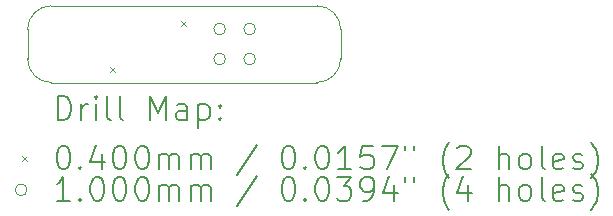
<source format=gbr>
%TF.GenerationSoftware,KiCad,Pcbnew,7.0.6*%
%TF.CreationDate,2023-11-30T14:11:27-08:00*%
%TF.ProjectId,ReflectiveSensor,5265666c-6563-4746-9976-6553656e736f,rev?*%
%TF.SameCoordinates,Original*%
%TF.FileFunction,Drillmap*%
%TF.FilePolarity,Positive*%
%FSLAX45Y45*%
G04 Gerber Fmt 4.5, Leading zero omitted, Abs format (unit mm)*
G04 Created by KiCad (PCBNEW 7.0.6) date 2023-11-30 14:11:27*
%MOMM*%
%LPD*%
G01*
G04 APERTURE LIST*
%ADD10C,0.100000*%
%ADD11C,0.200000*%
%ADD12C,0.040000*%
G04 APERTURE END LIST*
D10*
X33847500Y-20035000D02*
G75*
G03*
X34047500Y-20235000I200000J0D01*
G01*
X36297500Y-20235000D02*
G75*
G03*
X36497500Y-20035000I0J200000D01*
G01*
X36297500Y-20235000D02*
X34047500Y-20235000D01*
X34047500Y-19585000D02*
G75*
G03*
X33847500Y-19785000I0J-200000D01*
G01*
X33847500Y-20035000D02*
X33847500Y-19785000D01*
X36497500Y-19785000D02*
G75*
G03*
X36297500Y-19585000I-200000J0D01*
G01*
X36497500Y-19785000D02*
X36497500Y-20035000D01*
X34047500Y-19585000D02*
X36297500Y-19585000D01*
D11*
D12*
X34547500Y-20105000D02*
X34587500Y-20145000D01*
X34587500Y-20105000D02*
X34547500Y-20145000D01*
X35147500Y-19715950D02*
X35187500Y-19755950D01*
X35187500Y-19715950D02*
X35147500Y-19755950D01*
D10*
X35523500Y-19781000D02*
G75*
G03*
X35523500Y-19781000I-50000J0D01*
G01*
X35523500Y-20035000D02*
G75*
G03*
X35523500Y-20035000I-50000J0D01*
G01*
X35777500Y-19781000D02*
G75*
G03*
X35777500Y-19781000I-50000J0D01*
G01*
X35777500Y-20035000D02*
G75*
G03*
X35777500Y-20035000I-50000J0D01*
G01*
D11*
X34103277Y-20551484D02*
X34103277Y-20351484D01*
X34103277Y-20351484D02*
X34150896Y-20351484D01*
X34150896Y-20351484D02*
X34179467Y-20361008D01*
X34179467Y-20361008D02*
X34198515Y-20380055D01*
X34198515Y-20380055D02*
X34208039Y-20399103D01*
X34208039Y-20399103D02*
X34217563Y-20437198D01*
X34217563Y-20437198D02*
X34217563Y-20465770D01*
X34217563Y-20465770D02*
X34208039Y-20503865D01*
X34208039Y-20503865D02*
X34198515Y-20522912D01*
X34198515Y-20522912D02*
X34179467Y-20541960D01*
X34179467Y-20541960D02*
X34150896Y-20551484D01*
X34150896Y-20551484D02*
X34103277Y-20551484D01*
X34303277Y-20551484D02*
X34303277Y-20418150D01*
X34303277Y-20456246D02*
X34312801Y-20437198D01*
X34312801Y-20437198D02*
X34322324Y-20427674D01*
X34322324Y-20427674D02*
X34341372Y-20418150D01*
X34341372Y-20418150D02*
X34360420Y-20418150D01*
X34427086Y-20551484D02*
X34427086Y-20418150D01*
X34427086Y-20351484D02*
X34417563Y-20361008D01*
X34417563Y-20361008D02*
X34427086Y-20370531D01*
X34427086Y-20370531D02*
X34436610Y-20361008D01*
X34436610Y-20361008D02*
X34427086Y-20351484D01*
X34427086Y-20351484D02*
X34427086Y-20370531D01*
X34550896Y-20551484D02*
X34531848Y-20541960D01*
X34531848Y-20541960D02*
X34522324Y-20522912D01*
X34522324Y-20522912D02*
X34522324Y-20351484D01*
X34655658Y-20551484D02*
X34636610Y-20541960D01*
X34636610Y-20541960D02*
X34627086Y-20522912D01*
X34627086Y-20522912D02*
X34627086Y-20351484D01*
X34884229Y-20551484D02*
X34884229Y-20351484D01*
X34884229Y-20351484D02*
X34950896Y-20494341D01*
X34950896Y-20494341D02*
X35017563Y-20351484D01*
X35017563Y-20351484D02*
X35017563Y-20551484D01*
X35198515Y-20551484D02*
X35198515Y-20446722D01*
X35198515Y-20446722D02*
X35188991Y-20427674D01*
X35188991Y-20427674D02*
X35169944Y-20418150D01*
X35169944Y-20418150D02*
X35131848Y-20418150D01*
X35131848Y-20418150D02*
X35112801Y-20427674D01*
X35198515Y-20541960D02*
X35179467Y-20551484D01*
X35179467Y-20551484D02*
X35131848Y-20551484D01*
X35131848Y-20551484D02*
X35112801Y-20541960D01*
X35112801Y-20541960D02*
X35103277Y-20522912D01*
X35103277Y-20522912D02*
X35103277Y-20503865D01*
X35103277Y-20503865D02*
X35112801Y-20484817D01*
X35112801Y-20484817D02*
X35131848Y-20475293D01*
X35131848Y-20475293D02*
X35179467Y-20475293D01*
X35179467Y-20475293D02*
X35198515Y-20465770D01*
X35293753Y-20418150D02*
X35293753Y-20618150D01*
X35293753Y-20427674D02*
X35312801Y-20418150D01*
X35312801Y-20418150D02*
X35350896Y-20418150D01*
X35350896Y-20418150D02*
X35369944Y-20427674D01*
X35369944Y-20427674D02*
X35379467Y-20437198D01*
X35379467Y-20437198D02*
X35388991Y-20456246D01*
X35388991Y-20456246D02*
X35388991Y-20513389D01*
X35388991Y-20513389D02*
X35379467Y-20532436D01*
X35379467Y-20532436D02*
X35369944Y-20541960D01*
X35369944Y-20541960D02*
X35350896Y-20551484D01*
X35350896Y-20551484D02*
X35312801Y-20551484D01*
X35312801Y-20551484D02*
X35293753Y-20541960D01*
X35474705Y-20532436D02*
X35484229Y-20541960D01*
X35484229Y-20541960D02*
X35474705Y-20551484D01*
X35474705Y-20551484D02*
X35465182Y-20541960D01*
X35465182Y-20541960D02*
X35474705Y-20532436D01*
X35474705Y-20532436D02*
X35474705Y-20551484D01*
X35474705Y-20427674D02*
X35484229Y-20437198D01*
X35484229Y-20437198D02*
X35474705Y-20446722D01*
X35474705Y-20446722D02*
X35465182Y-20437198D01*
X35465182Y-20437198D02*
X35474705Y-20427674D01*
X35474705Y-20427674D02*
X35474705Y-20446722D01*
D12*
X33802500Y-20860000D02*
X33842500Y-20900000D01*
X33842500Y-20860000D02*
X33802500Y-20900000D01*
D11*
X34141372Y-20771484D02*
X34160420Y-20771484D01*
X34160420Y-20771484D02*
X34179467Y-20781008D01*
X34179467Y-20781008D02*
X34188991Y-20790531D01*
X34188991Y-20790531D02*
X34198515Y-20809579D01*
X34198515Y-20809579D02*
X34208039Y-20847674D01*
X34208039Y-20847674D02*
X34208039Y-20895293D01*
X34208039Y-20895293D02*
X34198515Y-20933389D01*
X34198515Y-20933389D02*
X34188991Y-20952436D01*
X34188991Y-20952436D02*
X34179467Y-20961960D01*
X34179467Y-20961960D02*
X34160420Y-20971484D01*
X34160420Y-20971484D02*
X34141372Y-20971484D01*
X34141372Y-20971484D02*
X34122324Y-20961960D01*
X34122324Y-20961960D02*
X34112801Y-20952436D01*
X34112801Y-20952436D02*
X34103277Y-20933389D01*
X34103277Y-20933389D02*
X34093753Y-20895293D01*
X34093753Y-20895293D02*
X34093753Y-20847674D01*
X34093753Y-20847674D02*
X34103277Y-20809579D01*
X34103277Y-20809579D02*
X34112801Y-20790531D01*
X34112801Y-20790531D02*
X34122324Y-20781008D01*
X34122324Y-20781008D02*
X34141372Y-20771484D01*
X34293753Y-20952436D02*
X34303277Y-20961960D01*
X34303277Y-20961960D02*
X34293753Y-20971484D01*
X34293753Y-20971484D02*
X34284229Y-20961960D01*
X34284229Y-20961960D02*
X34293753Y-20952436D01*
X34293753Y-20952436D02*
X34293753Y-20971484D01*
X34474705Y-20838150D02*
X34474705Y-20971484D01*
X34427086Y-20761960D02*
X34379467Y-20904817D01*
X34379467Y-20904817D02*
X34503277Y-20904817D01*
X34617563Y-20771484D02*
X34636610Y-20771484D01*
X34636610Y-20771484D02*
X34655658Y-20781008D01*
X34655658Y-20781008D02*
X34665182Y-20790531D01*
X34665182Y-20790531D02*
X34674705Y-20809579D01*
X34674705Y-20809579D02*
X34684229Y-20847674D01*
X34684229Y-20847674D02*
X34684229Y-20895293D01*
X34684229Y-20895293D02*
X34674705Y-20933389D01*
X34674705Y-20933389D02*
X34665182Y-20952436D01*
X34665182Y-20952436D02*
X34655658Y-20961960D01*
X34655658Y-20961960D02*
X34636610Y-20971484D01*
X34636610Y-20971484D02*
X34617563Y-20971484D01*
X34617563Y-20971484D02*
X34598515Y-20961960D01*
X34598515Y-20961960D02*
X34588991Y-20952436D01*
X34588991Y-20952436D02*
X34579467Y-20933389D01*
X34579467Y-20933389D02*
X34569944Y-20895293D01*
X34569944Y-20895293D02*
X34569944Y-20847674D01*
X34569944Y-20847674D02*
X34579467Y-20809579D01*
X34579467Y-20809579D02*
X34588991Y-20790531D01*
X34588991Y-20790531D02*
X34598515Y-20781008D01*
X34598515Y-20781008D02*
X34617563Y-20771484D01*
X34808039Y-20771484D02*
X34827086Y-20771484D01*
X34827086Y-20771484D02*
X34846134Y-20781008D01*
X34846134Y-20781008D02*
X34855658Y-20790531D01*
X34855658Y-20790531D02*
X34865182Y-20809579D01*
X34865182Y-20809579D02*
X34874705Y-20847674D01*
X34874705Y-20847674D02*
X34874705Y-20895293D01*
X34874705Y-20895293D02*
X34865182Y-20933389D01*
X34865182Y-20933389D02*
X34855658Y-20952436D01*
X34855658Y-20952436D02*
X34846134Y-20961960D01*
X34846134Y-20961960D02*
X34827086Y-20971484D01*
X34827086Y-20971484D02*
X34808039Y-20971484D01*
X34808039Y-20971484D02*
X34788991Y-20961960D01*
X34788991Y-20961960D02*
X34779467Y-20952436D01*
X34779467Y-20952436D02*
X34769944Y-20933389D01*
X34769944Y-20933389D02*
X34760420Y-20895293D01*
X34760420Y-20895293D02*
X34760420Y-20847674D01*
X34760420Y-20847674D02*
X34769944Y-20809579D01*
X34769944Y-20809579D02*
X34779467Y-20790531D01*
X34779467Y-20790531D02*
X34788991Y-20781008D01*
X34788991Y-20781008D02*
X34808039Y-20771484D01*
X34960420Y-20971484D02*
X34960420Y-20838150D01*
X34960420Y-20857198D02*
X34969944Y-20847674D01*
X34969944Y-20847674D02*
X34988991Y-20838150D01*
X34988991Y-20838150D02*
X35017563Y-20838150D01*
X35017563Y-20838150D02*
X35036610Y-20847674D01*
X35036610Y-20847674D02*
X35046134Y-20866722D01*
X35046134Y-20866722D02*
X35046134Y-20971484D01*
X35046134Y-20866722D02*
X35055658Y-20847674D01*
X35055658Y-20847674D02*
X35074705Y-20838150D01*
X35074705Y-20838150D02*
X35103277Y-20838150D01*
X35103277Y-20838150D02*
X35122325Y-20847674D01*
X35122325Y-20847674D02*
X35131848Y-20866722D01*
X35131848Y-20866722D02*
X35131848Y-20971484D01*
X35227086Y-20971484D02*
X35227086Y-20838150D01*
X35227086Y-20857198D02*
X35236610Y-20847674D01*
X35236610Y-20847674D02*
X35255658Y-20838150D01*
X35255658Y-20838150D02*
X35284229Y-20838150D01*
X35284229Y-20838150D02*
X35303277Y-20847674D01*
X35303277Y-20847674D02*
X35312801Y-20866722D01*
X35312801Y-20866722D02*
X35312801Y-20971484D01*
X35312801Y-20866722D02*
X35322325Y-20847674D01*
X35322325Y-20847674D02*
X35341372Y-20838150D01*
X35341372Y-20838150D02*
X35369944Y-20838150D01*
X35369944Y-20838150D02*
X35388991Y-20847674D01*
X35388991Y-20847674D02*
X35398515Y-20866722D01*
X35398515Y-20866722D02*
X35398515Y-20971484D01*
X35788991Y-20761960D02*
X35617563Y-21019103D01*
X36046134Y-20771484D02*
X36065182Y-20771484D01*
X36065182Y-20771484D02*
X36084229Y-20781008D01*
X36084229Y-20781008D02*
X36093753Y-20790531D01*
X36093753Y-20790531D02*
X36103277Y-20809579D01*
X36103277Y-20809579D02*
X36112801Y-20847674D01*
X36112801Y-20847674D02*
X36112801Y-20895293D01*
X36112801Y-20895293D02*
X36103277Y-20933389D01*
X36103277Y-20933389D02*
X36093753Y-20952436D01*
X36093753Y-20952436D02*
X36084229Y-20961960D01*
X36084229Y-20961960D02*
X36065182Y-20971484D01*
X36065182Y-20971484D02*
X36046134Y-20971484D01*
X36046134Y-20971484D02*
X36027087Y-20961960D01*
X36027087Y-20961960D02*
X36017563Y-20952436D01*
X36017563Y-20952436D02*
X36008039Y-20933389D01*
X36008039Y-20933389D02*
X35998515Y-20895293D01*
X35998515Y-20895293D02*
X35998515Y-20847674D01*
X35998515Y-20847674D02*
X36008039Y-20809579D01*
X36008039Y-20809579D02*
X36017563Y-20790531D01*
X36017563Y-20790531D02*
X36027087Y-20781008D01*
X36027087Y-20781008D02*
X36046134Y-20771484D01*
X36198515Y-20952436D02*
X36208039Y-20961960D01*
X36208039Y-20961960D02*
X36198515Y-20971484D01*
X36198515Y-20971484D02*
X36188991Y-20961960D01*
X36188991Y-20961960D02*
X36198515Y-20952436D01*
X36198515Y-20952436D02*
X36198515Y-20971484D01*
X36331848Y-20771484D02*
X36350896Y-20771484D01*
X36350896Y-20771484D02*
X36369944Y-20781008D01*
X36369944Y-20781008D02*
X36379468Y-20790531D01*
X36379468Y-20790531D02*
X36388991Y-20809579D01*
X36388991Y-20809579D02*
X36398515Y-20847674D01*
X36398515Y-20847674D02*
X36398515Y-20895293D01*
X36398515Y-20895293D02*
X36388991Y-20933389D01*
X36388991Y-20933389D02*
X36379468Y-20952436D01*
X36379468Y-20952436D02*
X36369944Y-20961960D01*
X36369944Y-20961960D02*
X36350896Y-20971484D01*
X36350896Y-20971484D02*
X36331848Y-20971484D01*
X36331848Y-20971484D02*
X36312801Y-20961960D01*
X36312801Y-20961960D02*
X36303277Y-20952436D01*
X36303277Y-20952436D02*
X36293753Y-20933389D01*
X36293753Y-20933389D02*
X36284229Y-20895293D01*
X36284229Y-20895293D02*
X36284229Y-20847674D01*
X36284229Y-20847674D02*
X36293753Y-20809579D01*
X36293753Y-20809579D02*
X36303277Y-20790531D01*
X36303277Y-20790531D02*
X36312801Y-20781008D01*
X36312801Y-20781008D02*
X36331848Y-20771484D01*
X36588991Y-20971484D02*
X36474706Y-20971484D01*
X36531848Y-20971484D02*
X36531848Y-20771484D01*
X36531848Y-20771484D02*
X36512801Y-20800055D01*
X36512801Y-20800055D02*
X36493753Y-20819103D01*
X36493753Y-20819103D02*
X36474706Y-20828627D01*
X36769944Y-20771484D02*
X36674706Y-20771484D01*
X36674706Y-20771484D02*
X36665182Y-20866722D01*
X36665182Y-20866722D02*
X36674706Y-20857198D01*
X36674706Y-20857198D02*
X36693753Y-20847674D01*
X36693753Y-20847674D02*
X36741372Y-20847674D01*
X36741372Y-20847674D02*
X36760420Y-20857198D01*
X36760420Y-20857198D02*
X36769944Y-20866722D01*
X36769944Y-20866722D02*
X36779468Y-20885770D01*
X36779468Y-20885770D02*
X36779468Y-20933389D01*
X36779468Y-20933389D02*
X36769944Y-20952436D01*
X36769944Y-20952436D02*
X36760420Y-20961960D01*
X36760420Y-20961960D02*
X36741372Y-20971484D01*
X36741372Y-20971484D02*
X36693753Y-20971484D01*
X36693753Y-20971484D02*
X36674706Y-20961960D01*
X36674706Y-20961960D02*
X36665182Y-20952436D01*
X36846134Y-20771484D02*
X36979468Y-20771484D01*
X36979468Y-20771484D02*
X36893753Y-20971484D01*
X37046134Y-20771484D02*
X37046134Y-20809579D01*
X37122325Y-20771484D02*
X37122325Y-20809579D01*
X37417563Y-21047674D02*
X37408039Y-21038150D01*
X37408039Y-21038150D02*
X37388991Y-21009579D01*
X37388991Y-21009579D02*
X37379468Y-20990531D01*
X37379468Y-20990531D02*
X37369944Y-20961960D01*
X37369944Y-20961960D02*
X37360420Y-20914341D01*
X37360420Y-20914341D02*
X37360420Y-20876246D01*
X37360420Y-20876246D02*
X37369944Y-20828627D01*
X37369944Y-20828627D02*
X37379468Y-20800055D01*
X37379468Y-20800055D02*
X37388991Y-20781008D01*
X37388991Y-20781008D02*
X37408039Y-20752436D01*
X37408039Y-20752436D02*
X37417563Y-20742912D01*
X37484230Y-20790531D02*
X37493753Y-20781008D01*
X37493753Y-20781008D02*
X37512801Y-20771484D01*
X37512801Y-20771484D02*
X37560420Y-20771484D01*
X37560420Y-20771484D02*
X37579468Y-20781008D01*
X37579468Y-20781008D02*
X37588991Y-20790531D01*
X37588991Y-20790531D02*
X37598515Y-20809579D01*
X37598515Y-20809579D02*
X37598515Y-20828627D01*
X37598515Y-20828627D02*
X37588991Y-20857198D01*
X37588991Y-20857198D02*
X37474706Y-20971484D01*
X37474706Y-20971484D02*
X37598515Y-20971484D01*
X37836611Y-20971484D02*
X37836611Y-20771484D01*
X37922325Y-20971484D02*
X37922325Y-20866722D01*
X37922325Y-20866722D02*
X37912801Y-20847674D01*
X37912801Y-20847674D02*
X37893753Y-20838150D01*
X37893753Y-20838150D02*
X37865182Y-20838150D01*
X37865182Y-20838150D02*
X37846134Y-20847674D01*
X37846134Y-20847674D02*
X37836611Y-20857198D01*
X38046134Y-20971484D02*
X38027087Y-20961960D01*
X38027087Y-20961960D02*
X38017563Y-20952436D01*
X38017563Y-20952436D02*
X38008039Y-20933389D01*
X38008039Y-20933389D02*
X38008039Y-20876246D01*
X38008039Y-20876246D02*
X38017563Y-20857198D01*
X38017563Y-20857198D02*
X38027087Y-20847674D01*
X38027087Y-20847674D02*
X38046134Y-20838150D01*
X38046134Y-20838150D02*
X38074706Y-20838150D01*
X38074706Y-20838150D02*
X38093753Y-20847674D01*
X38093753Y-20847674D02*
X38103277Y-20857198D01*
X38103277Y-20857198D02*
X38112801Y-20876246D01*
X38112801Y-20876246D02*
X38112801Y-20933389D01*
X38112801Y-20933389D02*
X38103277Y-20952436D01*
X38103277Y-20952436D02*
X38093753Y-20961960D01*
X38093753Y-20961960D02*
X38074706Y-20971484D01*
X38074706Y-20971484D02*
X38046134Y-20971484D01*
X38227087Y-20971484D02*
X38208039Y-20961960D01*
X38208039Y-20961960D02*
X38198515Y-20942912D01*
X38198515Y-20942912D02*
X38198515Y-20771484D01*
X38379468Y-20961960D02*
X38360420Y-20971484D01*
X38360420Y-20971484D02*
X38322325Y-20971484D01*
X38322325Y-20971484D02*
X38303277Y-20961960D01*
X38303277Y-20961960D02*
X38293753Y-20942912D01*
X38293753Y-20942912D02*
X38293753Y-20866722D01*
X38293753Y-20866722D02*
X38303277Y-20847674D01*
X38303277Y-20847674D02*
X38322325Y-20838150D01*
X38322325Y-20838150D02*
X38360420Y-20838150D01*
X38360420Y-20838150D02*
X38379468Y-20847674D01*
X38379468Y-20847674D02*
X38388992Y-20866722D01*
X38388992Y-20866722D02*
X38388992Y-20885770D01*
X38388992Y-20885770D02*
X38293753Y-20904817D01*
X38465182Y-20961960D02*
X38484230Y-20971484D01*
X38484230Y-20971484D02*
X38522325Y-20971484D01*
X38522325Y-20971484D02*
X38541373Y-20961960D01*
X38541373Y-20961960D02*
X38550896Y-20942912D01*
X38550896Y-20942912D02*
X38550896Y-20933389D01*
X38550896Y-20933389D02*
X38541373Y-20914341D01*
X38541373Y-20914341D02*
X38522325Y-20904817D01*
X38522325Y-20904817D02*
X38493753Y-20904817D01*
X38493753Y-20904817D02*
X38474706Y-20895293D01*
X38474706Y-20895293D02*
X38465182Y-20876246D01*
X38465182Y-20876246D02*
X38465182Y-20866722D01*
X38465182Y-20866722D02*
X38474706Y-20847674D01*
X38474706Y-20847674D02*
X38493753Y-20838150D01*
X38493753Y-20838150D02*
X38522325Y-20838150D01*
X38522325Y-20838150D02*
X38541373Y-20847674D01*
X38617563Y-21047674D02*
X38627087Y-21038150D01*
X38627087Y-21038150D02*
X38646134Y-21009579D01*
X38646134Y-21009579D02*
X38655658Y-20990531D01*
X38655658Y-20990531D02*
X38665182Y-20961960D01*
X38665182Y-20961960D02*
X38674706Y-20914341D01*
X38674706Y-20914341D02*
X38674706Y-20876246D01*
X38674706Y-20876246D02*
X38665182Y-20828627D01*
X38665182Y-20828627D02*
X38655658Y-20800055D01*
X38655658Y-20800055D02*
X38646134Y-20781008D01*
X38646134Y-20781008D02*
X38627087Y-20752436D01*
X38627087Y-20752436D02*
X38617563Y-20742912D01*
D10*
X33842500Y-21144000D02*
G75*
G03*
X33842500Y-21144000I-50000J0D01*
G01*
D11*
X34208039Y-21235484D02*
X34093753Y-21235484D01*
X34150896Y-21235484D02*
X34150896Y-21035484D01*
X34150896Y-21035484D02*
X34131848Y-21064055D01*
X34131848Y-21064055D02*
X34112801Y-21083103D01*
X34112801Y-21083103D02*
X34093753Y-21092627D01*
X34293753Y-21216436D02*
X34303277Y-21225960D01*
X34303277Y-21225960D02*
X34293753Y-21235484D01*
X34293753Y-21235484D02*
X34284229Y-21225960D01*
X34284229Y-21225960D02*
X34293753Y-21216436D01*
X34293753Y-21216436D02*
X34293753Y-21235484D01*
X34427086Y-21035484D02*
X34446134Y-21035484D01*
X34446134Y-21035484D02*
X34465182Y-21045008D01*
X34465182Y-21045008D02*
X34474705Y-21054531D01*
X34474705Y-21054531D02*
X34484229Y-21073579D01*
X34484229Y-21073579D02*
X34493753Y-21111674D01*
X34493753Y-21111674D02*
X34493753Y-21159293D01*
X34493753Y-21159293D02*
X34484229Y-21197389D01*
X34484229Y-21197389D02*
X34474705Y-21216436D01*
X34474705Y-21216436D02*
X34465182Y-21225960D01*
X34465182Y-21225960D02*
X34446134Y-21235484D01*
X34446134Y-21235484D02*
X34427086Y-21235484D01*
X34427086Y-21235484D02*
X34408039Y-21225960D01*
X34408039Y-21225960D02*
X34398515Y-21216436D01*
X34398515Y-21216436D02*
X34388991Y-21197389D01*
X34388991Y-21197389D02*
X34379467Y-21159293D01*
X34379467Y-21159293D02*
X34379467Y-21111674D01*
X34379467Y-21111674D02*
X34388991Y-21073579D01*
X34388991Y-21073579D02*
X34398515Y-21054531D01*
X34398515Y-21054531D02*
X34408039Y-21045008D01*
X34408039Y-21045008D02*
X34427086Y-21035484D01*
X34617563Y-21035484D02*
X34636610Y-21035484D01*
X34636610Y-21035484D02*
X34655658Y-21045008D01*
X34655658Y-21045008D02*
X34665182Y-21054531D01*
X34665182Y-21054531D02*
X34674705Y-21073579D01*
X34674705Y-21073579D02*
X34684229Y-21111674D01*
X34684229Y-21111674D02*
X34684229Y-21159293D01*
X34684229Y-21159293D02*
X34674705Y-21197389D01*
X34674705Y-21197389D02*
X34665182Y-21216436D01*
X34665182Y-21216436D02*
X34655658Y-21225960D01*
X34655658Y-21225960D02*
X34636610Y-21235484D01*
X34636610Y-21235484D02*
X34617563Y-21235484D01*
X34617563Y-21235484D02*
X34598515Y-21225960D01*
X34598515Y-21225960D02*
X34588991Y-21216436D01*
X34588991Y-21216436D02*
X34579467Y-21197389D01*
X34579467Y-21197389D02*
X34569944Y-21159293D01*
X34569944Y-21159293D02*
X34569944Y-21111674D01*
X34569944Y-21111674D02*
X34579467Y-21073579D01*
X34579467Y-21073579D02*
X34588991Y-21054531D01*
X34588991Y-21054531D02*
X34598515Y-21045008D01*
X34598515Y-21045008D02*
X34617563Y-21035484D01*
X34808039Y-21035484D02*
X34827086Y-21035484D01*
X34827086Y-21035484D02*
X34846134Y-21045008D01*
X34846134Y-21045008D02*
X34855658Y-21054531D01*
X34855658Y-21054531D02*
X34865182Y-21073579D01*
X34865182Y-21073579D02*
X34874705Y-21111674D01*
X34874705Y-21111674D02*
X34874705Y-21159293D01*
X34874705Y-21159293D02*
X34865182Y-21197389D01*
X34865182Y-21197389D02*
X34855658Y-21216436D01*
X34855658Y-21216436D02*
X34846134Y-21225960D01*
X34846134Y-21225960D02*
X34827086Y-21235484D01*
X34827086Y-21235484D02*
X34808039Y-21235484D01*
X34808039Y-21235484D02*
X34788991Y-21225960D01*
X34788991Y-21225960D02*
X34779467Y-21216436D01*
X34779467Y-21216436D02*
X34769944Y-21197389D01*
X34769944Y-21197389D02*
X34760420Y-21159293D01*
X34760420Y-21159293D02*
X34760420Y-21111674D01*
X34760420Y-21111674D02*
X34769944Y-21073579D01*
X34769944Y-21073579D02*
X34779467Y-21054531D01*
X34779467Y-21054531D02*
X34788991Y-21045008D01*
X34788991Y-21045008D02*
X34808039Y-21035484D01*
X34960420Y-21235484D02*
X34960420Y-21102150D01*
X34960420Y-21121198D02*
X34969944Y-21111674D01*
X34969944Y-21111674D02*
X34988991Y-21102150D01*
X34988991Y-21102150D02*
X35017563Y-21102150D01*
X35017563Y-21102150D02*
X35036610Y-21111674D01*
X35036610Y-21111674D02*
X35046134Y-21130722D01*
X35046134Y-21130722D02*
X35046134Y-21235484D01*
X35046134Y-21130722D02*
X35055658Y-21111674D01*
X35055658Y-21111674D02*
X35074705Y-21102150D01*
X35074705Y-21102150D02*
X35103277Y-21102150D01*
X35103277Y-21102150D02*
X35122325Y-21111674D01*
X35122325Y-21111674D02*
X35131848Y-21130722D01*
X35131848Y-21130722D02*
X35131848Y-21235484D01*
X35227086Y-21235484D02*
X35227086Y-21102150D01*
X35227086Y-21121198D02*
X35236610Y-21111674D01*
X35236610Y-21111674D02*
X35255658Y-21102150D01*
X35255658Y-21102150D02*
X35284229Y-21102150D01*
X35284229Y-21102150D02*
X35303277Y-21111674D01*
X35303277Y-21111674D02*
X35312801Y-21130722D01*
X35312801Y-21130722D02*
X35312801Y-21235484D01*
X35312801Y-21130722D02*
X35322325Y-21111674D01*
X35322325Y-21111674D02*
X35341372Y-21102150D01*
X35341372Y-21102150D02*
X35369944Y-21102150D01*
X35369944Y-21102150D02*
X35388991Y-21111674D01*
X35388991Y-21111674D02*
X35398515Y-21130722D01*
X35398515Y-21130722D02*
X35398515Y-21235484D01*
X35788991Y-21025960D02*
X35617563Y-21283103D01*
X36046134Y-21035484D02*
X36065182Y-21035484D01*
X36065182Y-21035484D02*
X36084229Y-21045008D01*
X36084229Y-21045008D02*
X36093753Y-21054531D01*
X36093753Y-21054531D02*
X36103277Y-21073579D01*
X36103277Y-21073579D02*
X36112801Y-21111674D01*
X36112801Y-21111674D02*
X36112801Y-21159293D01*
X36112801Y-21159293D02*
X36103277Y-21197389D01*
X36103277Y-21197389D02*
X36093753Y-21216436D01*
X36093753Y-21216436D02*
X36084229Y-21225960D01*
X36084229Y-21225960D02*
X36065182Y-21235484D01*
X36065182Y-21235484D02*
X36046134Y-21235484D01*
X36046134Y-21235484D02*
X36027087Y-21225960D01*
X36027087Y-21225960D02*
X36017563Y-21216436D01*
X36017563Y-21216436D02*
X36008039Y-21197389D01*
X36008039Y-21197389D02*
X35998515Y-21159293D01*
X35998515Y-21159293D02*
X35998515Y-21111674D01*
X35998515Y-21111674D02*
X36008039Y-21073579D01*
X36008039Y-21073579D02*
X36017563Y-21054531D01*
X36017563Y-21054531D02*
X36027087Y-21045008D01*
X36027087Y-21045008D02*
X36046134Y-21035484D01*
X36198515Y-21216436D02*
X36208039Y-21225960D01*
X36208039Y-21225960D02*
X36198515Y-21235484D01*
X36198515Y-21235484D02*
X36188991Y-21225960D01*
X36188991Y-21225960D02*
X36198515Y-21216436D01*
X36198515Y-21216436D02*
X36198515Y-21235484D01*
X36331848Y-21035484D02*
X36350896Y-21035484D01*
X36350896Y-21035484D02*
X36369944Y-21045008D01*
X36369944Y-21045008D02*
X36379468Y-21054531D01*
X36379468Y-21054531D02*
X36388991Y-21073579D01*
X36388991Y-21073579D02*
X36398515Y-21111674D01*
X36398515Y-21111674D02*
X36398515Y-21159293D01*
X36398515Y-21159293D02*
X36388991Y-21197389D01*
X36388991Y-21197389D02*
X36379468Y-21216436D01*
X36379468Y-21216436D02*
X36369944Y-21225960D01*
X36369944Y-21225960D02*
X36350896Y-21235484D01*
X36350896Y-21235484D02*
X36331848Y-21235484D01*
X36331848Y-21235484D02*
X36312801Y-21225960D01*
X36312801Y-21225960D02*
X36303277Y-21216436D01*
X36303277Y-21216436D02*
X36293753Y-21197389D01*
X36293753Y-21197389D02*
X36284229Y-21159293D01*
X36284229Y-21159293D02*
X36284229Y-21111674D01*
X36284229Y-21111674D02*
X36293753Y-21073579D01*
X36293753Y-21073579D02*
X36303277Y-21054531D01*
X36303277Y-21054531D02*
X36312801Y-21045008D01*
X36312801Y-21045008D02*
X36331848Y-21035484D01*
X36465182Y-21035484D02*
X36588991Y-21035484D01*
X36588991Y-21035484D02*
X36522325Y-21111674D01*
X36522325Y-21111674D02*
X36550896Y-21111674D01*
X36550896Y-21111674D02*
X36569944Y-21121198D01*
X36569944Y-21121198D02*
X36579468Y-21130722D01*
X36579468Y-21130722D02*
X36588991Y-21149770D01*
X36588991Y-21149770D02*
X36588991Y-21197389D01*
X36588991Y-21197389D02*
X36579468Y-21216436D01*
X36579468Y-21216436D02*
X36569944Y-21225960D01*
X36569944Y-21225960D02*
X36550896Y-21235484D01*
X36550896Y-21235484D02*
X36493753Y-21235484D01*
X36493753Y-21235484D02*
X36474706Y-21225960D01*
X36474706Y-21225960D02*
X36465182Y-21216436D01*
X36684229Y-21235484D02*
X36722325Y-21235484D01*
X36722325Y-21235484D02*
X36741372Y-21225960D01*
X36741372Y-21225960D02*
X36750896Y-21216436D01*
X36750896Y-21216436D02*
X36769944Y-21187865D01*
X36769944Y-21187865D02*
X36779468Y-21149770D01*
X36779468Y-21149770D02*
X36779468Y-21073579D01*
X36779468Y-21073579D02*
X36769944Y-21054531D01*
X36769944Y-21054531D02*
X36760420Y-21045008D01*
X36760420Y-21045008D02*
X36741372Y-21035484D01*
X36741372Y-21035484D02*
X36703277Y-21035484D01*
X36703277Y-21035484D02*
X36684229Y-21045008D01*
X36684229Y-21045008D02*
X36674706Y-21054531D01*
X36674706Y-21054531D02*
X36665182Y-21073579D01*
X36665182Y-21073579D02*
X36665182Y-21121198D01*
X36665182Y-21121198D02*
X36674706Y-21140246D01*
X36674706Y-21140246D02*
X36684229Y-21149770D01*
X36684229Y-21149770D02*
X36703277Y-21159293D01*
X36703277Y-21159293D02*
X36741372Y-21159293D01*
X36741372Y-21159293D02*
X36760420Y-21149770D01*
X36760420Y-21149770D02*
X36769944Y-21140246D01*
X36769944Y-21140246D02*
X36779468Y-21121198D01*
X36950896Y-21102150D02*
X36950896Y-21235484D01*
X36903277Y-21025960D02*
X36855658Y-21168817D01*
X36855658Y-21168817D02*
X36979468Y-21168817D01*
X37046134Y-21035484D02*
X37046134Y-21073579D01*
X37122325Y-21035484D02*
X37122325Y-21073579D01*
X37417563Y-21311674D02*
X37408039Y-21302150D01*
X37408039Y-21302150D02*
X37388991Y-21273579D01*
X37388991Y-21273579D02*
X37379468Y-21254531D01*
X37379468Y-21254531D02*
X37369944Y-21225960D01*
X37369944Y-21225960D02*
X37360420Y-21178341D01*
X37360420Y-21178341D02*
X37360420Y-21140246D01*
X37360420Y-21140246D02*
X37369944Y-21092627D01*
X37369944Y-21092627D02*
X37379468Y-21064055D01*
X37379468Y-21064055D02*
X37388991Y-21045008D01*
X37388991Y-21045008D02*
X37408039Y-21016436D01*
X37408039Y-21016436D02*
X37417563Y-21006912D01*
X37579468Y-21102150D02*
X37579468Y-21235484D01*
X37531849Y-21025960D02*
X37484230Y-21168817D01*
X37484230Y-21168817D02*
X37608039Y-21168817D01*
X37836611Y-21235484D02*
X37836611Y-21035484D01*
X37922325Y-21235484D02*
X37922325Y-21130722D01*
X37922325Y-21130722D02*
X37912801Y-21111674D01*
X37912801Y-21111674D02*
X37893753Y-21102150D01*
X37893753Y-21102150D02*
X37865182Y-21102150D01*
X37865182Y-21102150D02*
X37846134Y-21111674D01*
X37846134Y-21111674D02*
X37836611Y-21121198D01*
X38046134Y-21235484D02*
X38027087Y-21225960D01*
X38027087Y-21225960D02*
X38017563Y-21216436D01*
X38017563Y-21216436D02*
X38008039Y-21197389D01*
X38008039Y-21197389D02*
X38008039Y-21140246D01*
X38008039Y-21140246D02*
X38017563Y-21121198D01*
X38017563Y-21121198D02*
X38027087Y-21111674D01*
X38027087Y-21111674D02*
X38046134Y-21102150D01*
X38046134Y-21102150D02*
X38074706Y-21102150D01*
X38074706Y-21102150D02*
X38093753Y-21111674D01*
X38093753Y-21111674D02*
X38103277Y-21121198D01*
X38103277Y-21121198D02*
X38112801Y-21140246D01*
X38112801Y-21140246D02*
X38112801Y-21197389D01*
X38112801Y-21197389D02*
X38103277Y-21216436D01*
X38103277Y-21216436D02*
X38093753Y-21225960D01*
X38093753Y-21225960D02*
X38074706Y-21235484D01*
X38074706Y-21235484D02*
X38046134Y-21235484D01*
X38227087Y-21235484D02*
X38208039Y-21225960D01*
X38208039Y-21225960D02*
X38198515Y-21206912D01*
X38198515Y-21206912D02*
X38198515Y-21035484D01*
X38379468Y-21225960D02*
X38360420Y-21235484D01*
X38360420Y-21235484D02*
X38322325Y-21235484D01*
X38322325Y-21235484D02*
X38303277Y-21225960D01*
X38303277Y-21225960D02*
X38293753Y-21206912D01*
X38293753Y-21206912D02*
X38293753Y-21130722D01*
X38293753Y-21130722D02*
X38303277Y-21111674D01*
X38303277Y-21111674D02*
X38322325Y-21102150D01*
X38322325Y-21102150D02*
X38360420Y-21102150D01*
X38360420Y-21102150D02*
X38379468Y-21111674D01*
X38379468Y-21111674D02*
X38388992Y-21130722D01*
X38388992Y-21130722D02*
X38388992Y-21149770D01*
X38388992Y-21149770D02*
X38293753Y-21168817D01*
X38465182Y-21225960D02*
X38484230Y-21235484D01*
X38484230Y-21235484D02*
X38522325Y-21235484D01*
X38522325Y-21235484D02*
X38541373Y-21225960D01*
X38541373Y-21225960D02*
X38550896Y-21206912D01*
X38550896Y-21206912D02*
X38550896Y-21197389D01*
X38550896Y-21197389D02*
X38541373Y-21178341D01*
X38541373Y-21178341D02*
X38522325Y-21168817D01*
X38522325Y-21168817D02*
X38493753Y-21168817D01*
X38493753Y-21168817D02*
X38474706Y-21159293D01*
X38474706Y-21159293D02*
X38465182Y-21140246D01*
X38465182Y-21140246D02*
X38465182Y-21130722D01*
X38465182Y-21130722D02*
X38474706Y-21111674D01*
X38474706Y-21111674D02*
X38493753Y-21102150D01*
X38493753Y-21102150D02*
X38522325Y-21102150D01*
X38522325Y-21102150D02*
X38541373Y-21111674D01*
X38617563Y-21311674D02*
X38627087Y-21302150D01*
X38627087Y-21302150D02*
X38646134Y-21273579D01*
X38646134Y-21273579D02*
X38655658Y-21254531D01*
X38655658Y-21254531D02*
X38665182Y-21225960D01*
X38665182Y-21225960D02*
X38674706Y-21178341D01*
X38674706Y-21178341D02*
X38674706Y-21140246D01*
X38674706Y-21140246D02*
X38665182Y-21092627D01*
X38665182Y-21092627D02*
X38655658Y-21064055D01*
X38655658Y-21064055D02*
X38646134Y-21045008D01*
X38646134Y-21045008D02*
X38627087Y-21016436D01*
X38627087Y-21016436D02*
X38617563Y-21006912D01*
M02*

</source>
